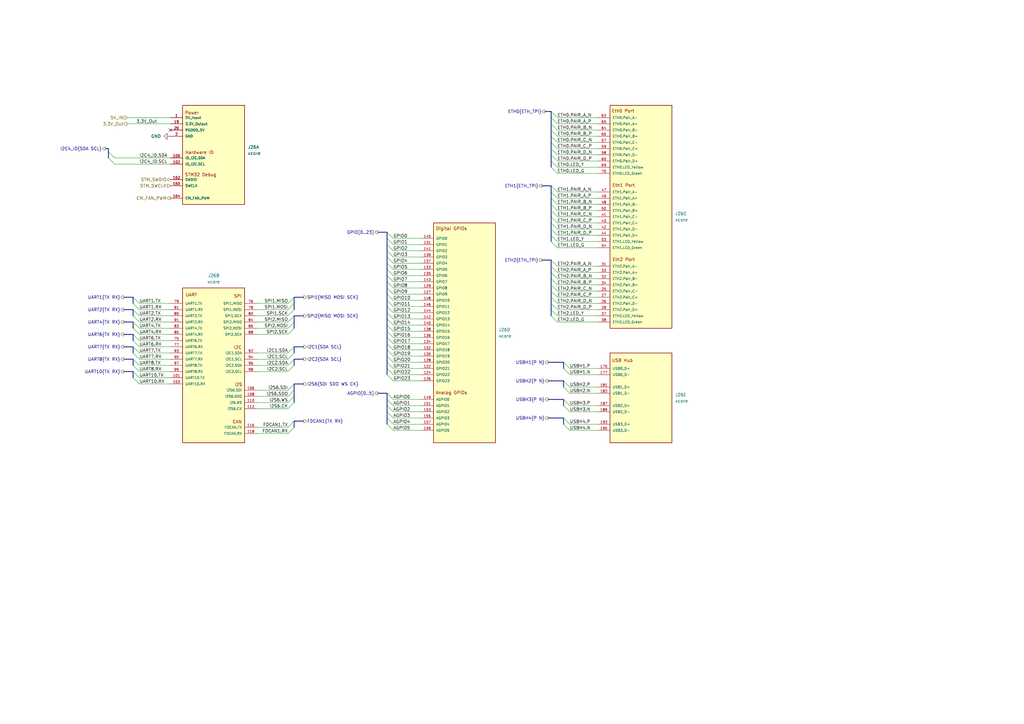
<source format=kicad_sch>
(kicad_sch (version 20250114) (generator "eeschema") (generator_version "9.0")
  (paper "A3")
  (title_block (title "OpenMower SABO Mainboard for Series I & II") (date "2025-05-22") (rev "v0.2") (company "Apeheanger <joerg@ebeling.ws> for OpenMower") (comment 1 "This design is licensed under CC BY-NC 4.0"))
  (no_connect (at 69.85 53.34))
  (bus_entry (at 233.68 168.91) (size -2.54 -2.54))
  (bus_entry (at 158.75 161.29) (size 2.54 2.54))
  (bus_entry (at 120.65 129.54) (size -2.54 2.54))
  (bus_entry (at 233.68 151.13) (size -2.54 -2.54))
  (bus_entry (at 226.06 114.3) (size 2.54 2.54))
  (bus_entry (at 161.29 125.73) (size -2.54 -2.54))
  (bus_entry (at 161.29 130.81) (size -2.54 -2.54))
  (bus_entry (at 44.45 62.23) (size 2.54 2.54))
  (bus_entry (at 161.29 140.97) (size -2.54 -2.54))
  (bus_entry (at 120.65 144.78) (size -2.54 2.54))
  (bus_entry (at 233.68 173.99) (size -2.54 -2.54))
  (bus_entry (at 161.29 135.89) (size -2.54 -2.54))
  (bus_entry (at 161.29 115.57) (size -2.54 -2.54))
  (bus_entry (at 226.06 66.04) (size 2.54 2.54))
  (bus_entry (at 158.75 173.99) (size 2.54 2.54))
  (bus_entry (at 54.61 121.92) (size 2.54 2.54))
  (bus_entry (at 226.06 119.38) (size 2.54 2.54))
  (bus_entry (at 54.61 144.78) (size 2.54 2.54))
  (bus_entry (at 120.65 160.02) (size -2.54 2.54))
  (bus_entry (at 120.65 147.32) (size -2.54 2.54))
  (bus_entry (at 120.65 124.46) (size -2.54 2.54))
  (bus_entry (at 226.06 68.58) (size 2.54 2.54))
  (bus_entry (at 158.75 163.83) (size 2.54 2.54))
  (bus_entry (at 226.06 63.5) (size 2.54 2.54))
  (bus_entry (at 233.68 176.53) (size -2.54 -2.54))
  (bus_entry (at 120.65 157.48) (size -2.54 2.54))
  (bus_entry (at 120.65 121.92) (size -2.54 2.54))
  (bus_entry (at 226.06 129.54) (size 2.54 2.54))
  (bus_entry (at 54.61 149.86) (size 2.54 2.54))
  (bus_entry (at 54.61 129.54) (size 2.54 2.54))
  (bus_entry (at 161.29 100.33) (size -2.54 -2.54))
  (bus_entry (at 161.29 146.05) (size -2.54 -2.54))
  (bus_entry (at 161.29 107.95) (size -2.54 -2.54))
  (bus_entry (at 44.45 64.77) (size 2.54 2.54))
  (bus_entry (at 161.29 128.27) (size -2.54 -2.54))
  (bus_entry (at 54.61 147.32) (size 2.54 2.54))
  (bus_entry (at 158.75 168.91) (size 2.54 2.54))
  (bus_entry (at 54.61 132.08) (size 2.54 2.54))
  (bus_entry (at 54.61 152.4) (size 2.54 2.54))
  (bus_entry (at 226.06 121.92) (size 2.54 2.54))
  (bus_entry (at 120.65 172.72) (size -2.54 2.54))
  (bus_entry (at 158.75 166.37) (size 2.54 2.54))
  (bus_entry (at 226.06 127) (size 2.54 2.54))
  (bus_entry (at 226.06 45.72) (size 2.54 2.54))
  (bus_entry (at 226.06 53.34) (size 2.54 2.54))
  (bus_entry (at 226.06 83.82) (size 2.54 2.54))
  (bus_entry (at 120.65 132.08) (size -2.54 2.54))
  (bus_entry (at 226.06 91.44) (size 2.54 2.54))
  (bus_entry (at 226.06 58.42) (size 2.54 2.54))
  (bus_entry (at 226.06 88.9) (size 2.54 2.54))
  (bus_entry (at 120.65 162.56) (size -2.54 2.54))
  (bus_entry (at 233.68 166.37) (size -2.54 -2.54))
  (bus_entry (at 54.61 124.46) (size 2.54 2.54))
  (bus_entry (at 161.29 151.13) (size -2.54 -2.54))
  (bus_entry (at 226.06 48.26) (size 2.54 2.54))
  (bus_entry (at 161.29 156.21) (size -2.54 -2.54))
  (bus_entry (at 161.29 118.11) (size -2.54 -2.54))
  (bus_entry (at 161.29 138.43) (size -2.54 -2.54))
  (bus_entry (at 161.29 110.49) (size -2.54 -2.54))
  (bus_entry (at 226.06 78.74) (size 2.54 2.54))
  (bus_entry (at 233.68 158.75) (size -2.54 -2.54))
  (bus_entry (at 120.65 142.24) (size -2.54 2.54))
  (bus_entry (at 226.06 81.28) (size 2.54 2.54))
  (bus_entry (at 54.61 127) (size 2.54 2.54))
  (bus_entry (at 226.06 109.22) (size 2.54 2.54))
  (bus_entry (at 226.06 106.68) (size 2.54 2.54))
  (bus_entry (at 226.06 93.98) (size 2.54 2.54))
  (bus_entry (at 54.61 142.24) (size 2.54 2.54))
  (bus_entry (at 226.06 55.88) (size 2.54 2.54))
  (bus_entry (at 233.68 161.29) (size -2.54 -2.54))
  (bus_entry (at 226.06 124.46) (size 2.54 2.54))
  (bus_entry (at 226.06 99.06) (size 2.54 2.54))
  (bus_entry (at 161.29 123.19) (size -2.54 -2.54))
  (bus_entry (at 161.29 148.59) (size -2.54 -2.54))
  (bus_entry (at 158.75 171.45) (size 2.54 2.54))
  (bus_entry (at 161.29 97.79) (size -2.54 -2.54))
  (bus_entry (at 120.65 165.1) (size -2.54 2.54))
  (bus_entry (at 161.29 120.65) (size -2.54 -2.54))
  (bus_entry (at 120.65 175.26) (size -2.54 2.54))
  (bus_entry (at 161.29 153.67) (size -2.54 -2.54))
  (bus_entry (at 161.29 113.03) (size -2.54 -2.54))
  (bus_entry (at 54.61 137.16) (size 2.54 2.54))
  (bus_entry (at 226.06 60.96) (size 2.54 2.54))
  (bus_entry (at 226.06 111.76) (size 2.54 2.54))
  (bus_entry (at 161.29 105.41) (size -2.54 -2.54))
  (bus_entry (at 161.29 133.35) (size -2.54 -2.54))
  (bus_entry (at 120.65 149.86) (size -2.54 2.54))
  (bus_entry (at 161.29 143.51) (size -2.54 -2.54))
  (bus_entry (at 226.06 76.2) (size 2.54 2.54))
  (bus_entry (at 233.68 153.67) (size -2.54 -2.54))
  (bus_entry (at 120.65 134.62) (size -2.54 2.54))
  (bus_entry (at 161.29 102.87) (size -2.54 -2.54))
  (bus_entry (at 226.06 50.8) (size 2.54 2.54))
  (bus_entry (at 226.06 96.52) (size 2.54 2.54))
  (bus_entry (at 54.61 139.7) (size 2.54 2.54))
  (bus_entry (at 120.65 127) (size -2.54 2.54))
  (bus_entry (at 54.61 154.94) (size 2.54 2.54))
  (bus_entry (at 226.06 86.36) (size 2.54 2.54))
  (bus_entry (at 54.61 134.62) (size 2.54 2.54))
  (bus_entry (at 226.06 116.84) (size 2.54 2.54))
  (bus (pts (xy 226.06 114.3) (xy 226.06 116.84)))
  (bus (pts (xy 158.75 161.29) (xy 158.75 163.83)))
  (bus (pts (xy 226.06 127) (xy 226.06 129.54)))
  (bus (pts (xy 158.75 100.33) (xy 158.75 102.87)))
  (wire (pts (xy 161.29 102.87) (xy 172.72 102.87)))
  (bus (pts (xy 158.75 133.35) (xy 158.75 135.89)))
  (bus (pts (xy 124.46 157.48) (xy 120.65 157.48)))
  (wire (pts (xy 57.15 124.46) (xy 69.85 124.46)))
  (wire (pts (xy 105.41 124.46) (xy 118.11 124.46)))
  (bus (pts (xy 226.06 55.88) (xy 226.06 58.42)))
  (wire (pts (xy 228.6 124.46) (xy 245.11 124.46)))
  (wire (pts (xy 105.41 134.62) (xy 118.11 134.62)))
  (bus (pts (xy 226.06 86.36) (xy 226.06 88.9)))
  (bus (pts (xy 54.61 152.4) (xy 54.61 154.94)))
  (wire (pts (xy 172.72 125.73) (xy 161.29 125.73)))
  (bus (pts (xy 124.46 121.92) (xy 120.65 121.92)))
  (wire (pts (xy 228.6 83.82) (xy 245.11 83.82)))
  (bus (pts (xy 120.65 147.32) (xy 120.65 149.86)))
  (bus (pts (xy 158.75 148.59) (xy 158.75 151.13)))
  (wire (pts (xy 57.15 142.24) (xy 69.85 142.24)))
  (wire (pts (xy 105.41 127) (xy 118.11 127)))
  (wire (pts (xy 105.41 129.54) (xy 118.11 129.54)))
  (wire (pts (xy 245.11 158.75) (xy 233.68 158.75)))
  (wire (pts (xy 105.41 132.08) (xy 118.11 132.08)))
  (bus (pts (xy 158.75 115.57) (xy 158.75 118.11)))
  (bus (pts (xy 54.61 147.32) (xy 54.61 149.86)))
  (bus (pts (xy 120.65 121.92) (xy 120.65 124.46)))
  (wire (pts (xy 228.6 132.08) (xy 245.11 132.08)))
  (wire (pts (xy 228.6 111.76) (xy 245.11 111.76)))
  (wire (pts (xy 228.6 119.38) (xy 245.11 119.38)))
  (wire (pts (xy 245.11 166.37) (xy 233.68 166.37)))
  (wire (pts (xy 228.6 48.26) (xy 245.11 48.26)))
  (wire (pts (xy 161.29 173.99) (xy 172.72 173.99)))
  (bus (pts (xy 226.06 63.5) (xy 226.06 66.04)))
  (wire (pts (xy 228.6 50.8) (xy 245.11 50.8)))
  (wire (pts (xy 161.29 163.83) (xy 172.72 163.83)))
  (wire (pts (xy 228.6 114.3) (xy 245.11 114.3)))
  (bus (pts (xy 158.75 171.45) (xy 158.75 173.99)))
  (bus (pts (xy 120.65 172.72) (xy 120.65 175.26)))
  (bus (pts (xy 54.61 137.16) (xy 54.61 139.7)))
  (wire (pts (xy 105.41 165.1) (xy 118.11 165.1)))
  (wire (pts (xy 105.41 162.56) (xy 118.11 162.56)))
  (bus (pts (xy 50.8 147.32) (xy 54.61 147.32)))
  (wire (pts (xy 161.29 171.45) (xy 172.72 171.45)))
  (wire (pts (xy 57.15 149.86) (xy 69.85 149.86)))
  (bus (pts (xy 226.06 124.46) (xy 226.06 127)))
  (bus (pts (xy 226.06 53.34) (xy 226.06 55.88)))
  (wire (pts (xy 57.15 157.48) (xy 69.85 157.48)))
  (wire (pts (xy 57.15 132.08) (xy 69.85 132.08)))
  (wire (pts (xy 172.72 138.43) (xy 161.29 138.43)))
  (bus (pts (xy 158.75 120.65) (xy 158.75 123.19)))
  (wire (pts (xy 172.72 143.51) (xy 161.29 143.51)))
  (bus (pts (xy 124.46 142.24) (xy 120.65 142.24)))
  (wire (pts (xy 228.6 116.84) (xy 245.11 116.84)))
  (wire (pts (xy 57.15 129.54) (xy 69.85 129.54)))
  (wire (pts (xy 228.6 68.58) (xy 245.11 68.58)))
  (wire (pts (xy 57.15 134.62) (xy 69.85 134.62)))
  (bus (pts (xy 54.61 142.24) (xy 54.61 144.78)))
  (bus (pts (xy 50.8 137.16) (xy 54.61 137.16)))
  (wire (pts (xy 161.29 120.65) (xy 172.72 120.65)))
  (bus (pts (xy 120.65 157.48) (xy 120.65 160.02)))
  (wire (pts (xy 57.15 137.16) (xy 69.85 137.16)))
  (wire (pts (xy 228.6 99.06) (xy 245.11 99.06)))
  (wire (pts (xy 161.29 156.21) (xy 172.72 156.21)))
  (wire (pts (xy 161.29 107.95) (xy 172.72 107.95)))
  (bus (pts (xy 226.06 106.68) (xy 226.06 109.22)))
  (bus (pts (xy 226.06 76.2) (xy 226.06 78.74)))
  (bus (pts (xy 226.06 66.04) (xy 226.06 68.58)))
  (wire (pts (xy 52.07 50.8) (xy 69.85 50.8)))
  (bus (pts (xy 231.14 148.59) (xy 231.14 151.13)))
  (bus (pts (xy 158.75 95.25) (xy 158.75 97.79)))
  (wire (pts (xy 172.72 130.81) (xy 161.29 130.81)))
  (wire (pts (xy 161.29 176.53) (xy 172.72 176.53)))
  (wire (pts (xy 57.15 147.32) (xy 69.85 147.32)))
  (wire (pts (xy 172.72 146.05) (xy 161.29 146.05)))
  (bus (pts (xy 50.8 127) (xy 54.61 127)))
  (wire (pts (xy 161.29 113.03) (xy 172.72 113.03)))
  (bus (pts (xy 124.46 172.72) (xy 120.65 172.72)))
  (bus (pts (xy 158.75 110.49) (xy 158.75 113.03)))
  (bus (pts (xy 154.94 95.25) (xy 158.75 95.25)))
  (wire (pts (xy 228.6 109.22) (xy 245.11 109.22)))
  (wire (pts (xy 228.6 127) (xy 245.11 127)))
  (bus (pts (xy 224.79 148.59) (xy 231.14 148.59)))
  (wire (pts (xy 245.11 151.13) (xy 233.68 151.13)))
  (bus (pts (xy 50.8 142.24) (xy 54.61 142.24)))
  (bus (pts (xy 226.06 96.52) (xy 226.06 99.06)))
  (bus (pts (xy 120.65 160.02) (xy 120.65 162.56)))
  (bus (pts (xy 54.61 121.92) (xy 54.61 124.46)))
  (bus (pts (xy 154.94 161.29) (xy 158.75 161.29)))
  (bus (pts (xy 158.75 168.91) (xy 158.75 171.45)))
  (bus (pts (xy 120.65 124.46) (xy 120.65 127)))
  (bus (pts (xy 226.06 109.22) (xy 226.06 111.76)))
  (wire (pts (xy 228.6 58.42) (xy 245.11 58.42)))
  (bus (pts (xy 120.65 162.56) (xy 120.65 165.1)))
  (bus (pts (xy 44.45 60.96) (xy 44.45 62.23)))
  (bus (pts (xy 158.75 140.97) (xy 158.75 143.51)))
  (bus (pts (xy 226.06 50.8) (xy 226.06 53.34)))
  (bus (pts (xy 54.61 127) (xy 54.61 129.54)))
  (bus (pts (xy 224.79 171.45) (xy 231.14 171.45)))
  (wire (pts (xy 228.6 101.6) (xy 245.11 101.6)))
  (wire (pts (xy 245.11 176.53) (xy 233.68 176.53)))
  (bus (pts (xy 226.06 91.44) (xy 226.06 93.98)))
  (bus (pts (xy 43.18 60.96) (xy 44.45 60.96)))
  (wire (pts (xy 228.6 60.96) (xy 245.11 60.96)))
  (bus (pts (xy 226.06 58.42) (xy 226.06 60.96)))
  (bus (pts (xy 226.06 119.38) (xy 226.06 121.92)))
  (wire (pts (xy 105.41 149.86) (xy 118.11 149.86)))
  (wire (pts (xy 57.15 152.4) (xy 69.85 152.4)))
  (bus (pts (xy 226.06 111.76) (xy 226.06 114.3)))
  (wire (pts (xy 161.29 118.11) (xy 172.72 118.11)))
  (bus (pts (xy 124.46 147.32) (xy 120.65 147.32)))
  (wire (pts (xy 245.11 161.29) (xy 233.68 161.29)))
  (bus (pts (xy 223.52 45.72) (xy 226.06 45.72)))
  (bus (pts (xy 226.06 83.82) (xy 226.06 86.36)))
  (wire (pts (xy 105.41 137.16) (xy 118.11 137.16)))
  (bus (pts (xy 158.75 135.89) (xy 158.75 138.43)))
  (bus (pts (xy 158.75 130.81) (xy 158.75 133.35)))
  (wire (pts (xy 161.29 110.49) (xy 172.72 110.49)))
  (wire (pts (xy 172.72 133.35) (xy 161.29 133.35)))
  (bus (pts (xy 158.75 113.03) (xy 158.75 115.57)))
  (bus (pts (xy 158.75 107.95) (xy 158.75 110.49)))
  (wire (pts (xy 228.6 96.52) (xy 245.11 96.52)))
  (wire (pts (xy 228.6 78.74) (xy 245.11 78.74)))
  (wire (pts (xy 245.11 153.67) (xy 233.68 153.67)))
  (bus (pts (xy 226.06 121.92) (xy 226.06 124.46)))
  (bus (pts (xy 222.25 76.2) (xy 226.06 76.2)))
  (wire (pts (xy 228.6 81.28) (xy 245.11 81.28)))
  (bus (pts (xy 158.75 166.37) (xy 158.75 168.91)))
  (bus (pts (xy 120.65 132.08) (xy 120.65 134.62)))
  (wire (pts (xy 228.6 93.98) (xy 245.11 93.98)))
  (wire (pts (xy 105.41 144.78) (xy 118.11 144.78)))
  (bus (pts (xy 50.8 132.08) (xy 54.61 132.08)))
  (wire (pts (xy 245.11 173.99) (xy 233.68 173.99)))
  (wire (pts (xy 228.6 53.34) (xy 245.11 53.34)))
  (wire (pts (xy 57.15 144.78) (xy 69.85 144.78)))
  (bus (pts (xy 226.06 93.98) (xy 226.06 96.52)))
  (bus (pts (xy 120.65 142.24) (xy 120.65 144.78)))
  (wire (pts (xy 105.41 177.8) (xy 118.11 177.8)))
  (bus (pts (xy 50.8 152.4) (xy 54.61 152.4)))
  (wire (pts (xy 57.15 154.94) (xy 69.85 154.94)))
  (wire (pts (xy 228.6 63.5) (xy 245.11 63.5)))
  (bus (pts (xy 226.06 78.74) (xy 226.06 81.28)))
  (wire (pts (xy 161.29 100.33) (xy 172.72 100.33)))
  (bus (pts (xy 222.25 106.68) (xy 226.06 106.68)))
  (wire (pts (xy 245.11 168.91) (xy 233.68 168.91)))
  (bus (pts (xy 120.65 129.54) (xy 120.65 132.08)))
  (bus (pts (xy 158.75 102.87) (xy 158.75 105.41)))
  (wire (pts (xy 161.29 151.13) (xy 172.72 151.13)))
  (wire (pts (xy 105.41 175.26) (xy 118.11 175.26)))
  (wire (pts (xy 105.41 167.64) (xy 118.11 167.64)))
  (wire (pts (xy 105.41 147.32) (xy 118.11 147.32)))
  (bus (pts (xy 224.79 156.21) (xy 231.14 156.21)))
  (wire (pts (xy 161.29 166.37) (xy 172.72 166.37)))
  (bus (pts (xy 158.75 138.43) (xy 158.75 140.97)))
  (bus (pts (xy 224.79 163.83) (xy 231.14 163.83)))
  (wire (pts (xy 57.15 139.7) (xy 69.85 139.7)))
  (bus (pts (xy 231.14 171.45) (xy 231.14 173.99)))
  (wire (pts (xy 228.6 86.36) (xy 245.11 86.36)))
  (wire (pts (xy 161.29 168.91) (xy 172.72 168.91)))
  (wire (pts (xy 228.6 55.88) (xy 245.11 55.88)))
  (bus (pts (xy 226.06 48.26) (xy 226.06 50.8)))
  (wire (pts (xy 46.99 64.77) (xy 69.85 64.77)))
  (wire (pts (xy 161.29 97.79) (xy 172.72 97.79)))
  (bus (pts (xy 158.75 163.83) (xy 158.75 166.37)))
  (bus (pts (xy 50.8 121.92) (xy 54.61 121.92)))
  (wire (pts (xy 228.6 91.44) (xy 245.11 91.44)))
  (wire (pts (xy 161.29 115.57) (xy 172.72 115.57)))
  (bus (pts (xy 158.75 125.73) (xy 158.75 128.27)))
  (wire (pts (xy 228.6 66.04) (xy 245.11 66.04)))
  (bus (pts (xy 158.75 123.19) (xy 158.75 125.73)))
  (wire (pts (xy 172.72 128.27) (xy 161.29 128.27)))
  (bus (pts (xy 226.06 45.72) (xy 226.06 48.26)))
  (wire (pts (xy 172.72 123.19) (xy 161.29 123.19)))
  (wire (pts (xy 172.72 140.97) (xy 161.29 140.97)))
  (bus (pts (xy 231.14 156.21) (xy 231.14 158.75)))
  (bus (pts (xy 226.06 116.84) (xy 226.06 119.38)))
  (bus (pts (xy 226.06 81.28) (xy 226.06 83.82)))
  (bus (pts (xy 158.75 146.05) (xy 158.75 148.59)))
  (bus (pts (xy 158.75 151.13) (xy 158.75 153.67)))
  (wire (pts (xy 161.29 153.67) (xy 172.72 153.67)))
  (wire (pts (xy 105.41 152.4) (xy 118.11 152.4)))
  (wire (pts (xy 161.29 105.41) (xy 172.72 105.41)))
  (bus (pts (xy 231.14 163.83) (xy 231.14 166.37)))
  (wire (pts (xy 172.72 148.59) (xy 161.29 148.59)))
  (wire (pts (xy 52.07 48.26) (xy 69.85 48.26)))
  (bus (pts (xy 158.75 97.79) (xy 158.75 100.33)))
  (bus (pts (xy 158.75 105.41) (xy 158.75 107.95)))
  (bus (pts (xy 158.75 118.11) (xy 158.75 120.65)))
  (bus (pts (xy 124.46 129.54) (xy 120.65 129.54)))
  (bus (pts (xy 44.45 62.23) (xy 44.45 64.77)))
  (wire (pts (xy 228.6 121.92) (xy 245.11 121.92)))
  (wire (pts (xy 105.41 160.02) (xy 118.11 160.02)))
  (bus (pts (xy 158.75 128.27) (xy 158.75 130.81)))
  (wire (pts (xy 228.6 129.54) (xy 245.11 129.54)))
  (bus (pts (xy 226.06 60.96) (xy 226.06 63.5)))
  (wire (pts (xy 57.15 127) (xy 69.85 127)))
  (bus (pts (xy 226.06 88.9) (xy 226.06 91.44)))
  (wire (pts (xy 46.99 67.31) (xy 69.85 67.31)))
  (wire (pts (xy 172.72 135.89) (xy 161.29 135.89)))
  (bus (pts (xy 54.61 132.08) (xy 54.61 134.62)))
  (wire (pts (xy 228.6 71.12) (xy 245.11 71.12)))
  (wire (pts (xy 228.6 88.9) (xy 245.11 88.9)))
  (bus (pts (xy 158.75 143.51) (xy 158.75 146.05)))
  (label "ETH1.PAIR_B_N" (at 228.6 83.82 0))
  (label "ETH2.PAIR_A_N" (at 228.6 109.22 0))
  (label "GPIO20" (at 161.29 148.59 0))
  (label "USBH4.N" (at 233.68 176.53 0))
  (label "UART6.TX" (at 57.15 139.7 0))
  (label "SPI1.MISO" (at 118.11 124.46 180))
  (label "ETH1.PAIR_C_N" (at 228.6 88.9 0))
  (label "ETH0.LED_G" (at 228.6 71.12 0))
  (label "UART4.RX" (at 57.15 137.16 0))
  (label "GPIO11" (at 161.29 125.73 0))
  (label "GPIO0" (at 161.29 97.79 0))
  (label "GPIO16" (at 161.29 138.43 0))
  (label "USBH2.N" (at 233.68 161.29 0))
  (label "AGPIO0" (at 161.29 163.83 0))
  (label "ETH2.LED_G" (at 228.6 132.08 0))
  (label "I2C2.SDA" (at 118.11 149.86 180))
  (label "GPIO18" (at 161.29 143.51 0))
  (label "ETH2.PAIR_B_N" (at 228.6 114.3 0))
  (label "I2S6.CK" (at 118.11 167.64 180))
  (label "USBH2.P" (at 233.68 158.75 0))
  (label "SPI1.MOSI" (at 118.11 127 180))
  (label "FDCAN1.RX" (at 118.11 177.8 180))
  (label "GPIO7" (at 161.29 115.57 0))
  (label "UART7.TX" (at 57.15 144.78 0))
  (label "I2C4_ID.SCL" (at 57.15 67.31 0))
  (label "GPIO6" (at 161.29 113.03 0))
  (label "ETH0.PAIR_C_N" (at 228.6 58.42 0))
  (label "GPIO15" (at 161.29 135.89 0))
  (label "UART2.TX" (at 57.15 129.54 0))
  (label "I2C1.SDA" (at 118.11 144.78 180))
  (label "I2S6.SDI" (at 118.11 160.02 180))
  (label "SPI2.SCK" (at 118.11 137.16 180))
  (label "FDCAN1.TX" (at 118.11 175.26 180))
  (label "GPIO3" (at 161.29 105.41 0))
  (label "GPIO23" (at 161.29 156.21 0))
  (label "GPIO8" (at 161.29 118.11 0))
  (label "UART6.RX" (at 57.15 142.24 0))
  (label "GPIO2" (at 161.29 102.87 0))
  (label "USBH1.P" (at 233.68 151.13 0))
  (label "GPIO21" (at 161.29 151.13 0))
  (label "UART1.TX" (at 57.15 124.46 0))
  (label "UART1.RX" (at 57.15 127 0))
  (label "GPIO5" (at 161.29 110.49 0))
  (label "ETH1.PAIR_C_P" (at 228.6 91.44 0))
  (label "I2C1.SCL" (at 118.11 147.32 180))
  (label "I2S6.SDO" (at 118.11 162.56 180))
  (label "I2C4_ID.SDA" (at 57.15 64.77 0))
  (label "ETH0.PAIR_A_P" (at 228.6 50.8 0))
  (label "GPIO10" (at 161.29 123.19 0))
  (label "ETH2.PAIR_D_N" (at 228.6 124.46 0))
  (label "ETH1.PAIR_A_P" (at 228.6 81.28 0))
  (label "ETH2.PAIR_C_P" (at 228.6 121.92 0))
  (label "ETH2.PAIR_A_P" (at 228.6 111.76 0))
  (label "GPIO14" (at 161.29 133.35 0))
  (label "UART2.RX" (at 57.15 132.08 0))
  (label "SPI1.SCK" (at 118.11 129.54 180))
  (label "USBH4.P" (at 233.68 173.99 0))
  (label "UART8.RX" (at 57.15 152.4 0))
  (label "ETH2.LED_Y" (at 228.6 129.54 0))
  (label "ETH1.LED_G" (at 228.6 101.6 0))
  (label "3.3V_Out" (at 55.88 50.8 0))
  (label "ETH2.PAIR_B_P" (at 228.6 116.84 0))
  (label "USBH3.P" (at 233.68 166.37 0))
  (label "GPIO4" (at 161.29 107.95 0))
  (label "GPIO17" (at 161.29 140.97 0))
  (label "GPIO19" (at 161.29 146.05 0))
  (label "ETH1.PAIR_B_P" (at 228.6 86.36 0))
  (label "AGPIO1" (at 161.29 166.37 0))
  (label "ETH0.PAIR_B_N" (at 228.6 53.34 0))
  (label "AGPIO4" (at 161.29 173.99 0))
  (label "ETH0.PAIR_C_P" (at 228.6 60.96 0))
  (label "UART7.RX" (at 57.15 147.32 0))
  (label "GPIO12" (at 161.29 128.27 0))
  (label "GPIO9" (at 161.29 120.65 0))
  (label "ETH0.PAIR_D_P" (at 228.6 66.04 0))
  (label "SPI2.MOSI" (at 118.11 134.62 180))
  (label "UART10.RX" (at 57.15 157.48 0))
  (label "ETH1.PAIR_A_N" (at 228.6 78.74 0))
  (label "GPIO13" (at 161.29 130.81 0))
  (label "ETH0.PAIR_A_N" (at 228.6 48.26 0))
  (label "SPI2.MISO" (at 118.11 132.08 180))
  (label "AGPIO2" (at 161.29 168.91 0))
  (label "I2S6.WS" (at 118.11 165.1 180))
  (label "UART10.TX" (at 57.15 154.94 0))
  (label "I2C2.SCL" (at 118.11 152.4 180))
  (label "ETH0.PAIR_D_N" (at 228.6 63.5 0))
  (label "USBH1.N" (at 233.68 153.67 0))
  (label "ETH1.LED_Y" (at 228.6 99.06 0))
  (label "ETH0.LED_Y" (at 228.6 68.58 0))
  (label "ETH2.PAIR_D_P" (at 228.6 127 0))
  (label "AGPIO3" (at 161.29 171.45 0))
  (label "ETH2.PAIR_C_N" (at 228.6 119.38 0))
  (label "GPIO22" (at 161.29 153.67 0))
  (label "USBH3.N" (at 233.68 168.91 0))
  (label "ETH1.PAIR_D_N" (at 228.6 93.98 0))
  (label "GPIO1" (at 161.29 100.33 0))
  (label "UART4.TX" (at 57.15 134.62 0))
  (label "ETH0.PAIR_B_P" (at 228.6 55.88 0))
  (label "ETH1.PAIR_D_P" (at 228.6 96.52 0))
  (label "UART8.TX" (at 57.15 149.86 0))
  (label "AGPIO5" (at 161.29 176.53 0))
  (hierarchical_label "I2C4_ID{SDA SCL}" (shape output) (at 43.18 60.96 180))
  (hierarchical_label "UART6{TX RX}" (shape output) (at 50.8 137.16 180))
  (hierarchical_label "UART1{TX RX}" (shape output) (at 50.8 121.92 180))
  (hierarchical_label "UART7{TX RX}" (shape output) (at 50.8 142.24 180))
  (hierarchical_label "GPIO[0..23]" (shape output) (at 154.94 95.25 180))
  (hierarchical_label "I2C2{SDA SCL}" (shape output) (at 124.46 147.32 0))
  (hierarchical_label "USBH4{P N}" (shape output) (at 224.79 171.45 180))
  (hierarchical_label "SPI2{MISO MOSI SCK}" (shape output) (at 124.46 129.54 0))
  (hierarchical_label "UART2{TX RX}" (shape output) (at 50.8 127 180))
  (hierarchical_label "ETH0{ETH_TPI}" (shape output) (at 223.52 45.72 180))
  (hierarchical_label "I2S6{SDI SDO WS CK}" (shape output) (at 124.46 157.48 0))
  (hierarchical_label "USBH1{P N}" (shape output) (at 224.79 148.59 180))
  (hierarchical_label "ETH2{ETH_TPI}" (shape output) (at 222.25 106.68 180))
  (hierarchical_label "3.3V_Out" (shape output) (at 52.07 50.8 180))
  (hierarchical_label "USBH2{P N}" (shape output) (at 224.79 156.21 180))
  (hierarchical_label "AGPIO[0..5]" (shape output) (at 154.94 161.29 180))
  (hierarchical_label "ETH1{ETH_TPI}" (shape output) (at 222.25 76.2 180))
  (hierarchical_label "UART10{TX RX}" (shape output) (at 50.8 152.4 180))
  (hierarchical_label "UART4{TX RX}" (shape output) (at 50.8 132.08 180))
  (hierarchical_label "STM_SWDIO" (shape bidirectional) (at 69.85 73.66 180))
  (hierarchical_label "SPI1{MISO MOSI SCK}" (shape output) (at 124.46 121.92 0))
  (hierarchical_label "5V_IN" (shape input) (at 52.07 48.26 180))
  (hierarchical_label "CM_FAN_PWM" (shape output) (at 69.85 81.28 180))
  (hierarchical_label "STM_SWCLK" (shape input) (at 69.85 76.2 180))
  (hierarchical_label "I2C1{SDA SCL}" (shape output) (at 124.46 142.24 0))
  (hierarchical_label "USBH3{P N}" (shape output) (at 224.79 163.83 180))
  (hierarchical_label "UART8{TX RX}" (shape output) (at 50.8 147.32 180))
  (hierarchical_label "FDCAN1{TX RX}" (shape output) (at 124.46 172.72 0))
  (symbol (lib_id "xcore:xcore") (at 193.04 139.7 0) (unit 4)
    (property "Reference" "J26" (at 204.47 135.2549 0) (effects (justify left)))
    (property "Value" "xcore" (at 204.47 137.7949 0) (effects (justify left)))
    (property "Footprint" "xcore:xcore" (effects (hide yes)))
    (property "Description" "DDR3 0.6mm Horizontal attachment 204P -55℃~+85℃ SMD,P=0.6mm,Surface Mount，Right Angle Edgeboard Connectors" (effects (hide yes)))
    (property "JLC" "C306045" (effects (hide yes)))
    (property "Alt" "TE Connectivity 2-2013289-1" (effects (hide yes)))
    (property "JLC-ALT" "C225721" (effects (hide yes)))
    (property "FT Rotation Offset" "90" (effects (hide yes)))
  )
  (symbol (lib_name "xcore_1") (lib_id "xcore:xcore") (at 88.9 60.96 0) (unit 1)
    (property "Reference" "J26" (at 101.6 60.3249 0) (effects (justify left)))
    (property "Value" "xcore" (at 101.6 62.8649 0) (effects (justify left)))
    (property "Footprint" "xcore:xcore" (effects (hide yes)))
    (property "Description" "DDR3 0.6mm Horizontal attachment 204P -55℃~+85℃ SMD,P=0.6mm,Surface Mount，Right Angle Edgeboard Connectors" (effects (hide yes)))
    (property "JLC" "C306045" (effects (hide yes)))
    (property "Alt" "TE Connectivity 2-2013289-1" (effects (hide yes)))
    (property "JLC-ALT" "C225721" (effects (hide yes)))
    (property "FT Rotation Offset" "90" (effects (hide yes)))
  )
  (symbol (lib_id "xcore:xcore") (at 262.89 152.4 0) (unit 5)
    (property "Reference" "J26" (at 276.86 161.9249 0) (effects (justify left)))
    (property "Value" "xcore" (at 276.86 164.4649 0) (effects (justify left)))
    (property "Footprint" "xcore:xcore" (effects (hide yes)))
    (property "Description" "DDR3 0.6mm Horizontal attachment 204P -55℃~+85℃ SMD,P=0.6mm,Surface Mount，Right Angle Edgeboard Connectors" (effects (hide yes)))
    (property "JLC" "C306045" (effects (hide yes)))
    (property "Alt" "TE Connectivity 2-2013289-1" (effects (hide yes)))
    (property "JLC-ALT" "C225721" (effects (hide yes)))
    (property "FT Rotation Offset" "90" (effects (hide yes)))
  )
  (symbol (lib_id "xcore:xcore") (at 264.16 91.44 0) (unit 3)
    (property "Reference" "J26" (at 276.86 87.6299 0) (effects (justify left)))
    (property "Value" "xcore" (at 276.86 90.1699 0) (effects (justify left)))
    (property "Footprint" "xcore:xcore" (effects (hide yes)))
    (property "Description" "DDR3 0.6mm Horizontal attachment 204P -55℃~+85℃ SMD,P=0.6mm,Surface Mount，Right Angle Edgeboard Connectors" (effects (hide yes)))
    (property "JLC" "C306045" (effects (hide yes)))
    (property "Alt" "TE Connectivity 2-2013289-1" (effects (hide yes)))
    (property "JLC-ALT" "C225721" (effects (hide yes)))
    (property "FT Rotation Offset" "90" (effects (hide yes)))
  )
  (symbol (lib_id "xcore:xcore") (at 87.63 152.4 0) (unit 2)
    (property "Reference" "J26" (at 87.63 113.03 0))
    (property "Value" "xcore" (at 87.63 115.57 0))
    (property "Footprint" "xcore:xcore" (effects (hide yes)))
    (property "Description" "DDR3 0.6mm Horizontal attachment 204P -55℃~+85℃ SMD,P=0.6mm,Surface Mount，Right Angle Edgeboard Connectors" (effects (hide yes)))
    (property "JLC" "C306045" (effects (hide yes)))
    (property "Alt" "TE Connectivity 2-2013289-1" (effects (hide yes)))
    (property "JLC-ALT" "C225721" (effects (hide yes)))
    (property "FT Rotation Offset" "90" (effects (hide yes)))
  )
  (symbol (lib_id "power:GND") (at 69.85 55.88 270) (unit 1)
    (property "Reference" "#PWR076" (effects (hide yes)))
    (property "Value" "GND" (at 66.04 55.8799 90) (effects (justify right)))
    (property "Description" "Power symbol creates a global label with name \"GND\" , ground" (effects (hide yes)))
  )
)
</source>
